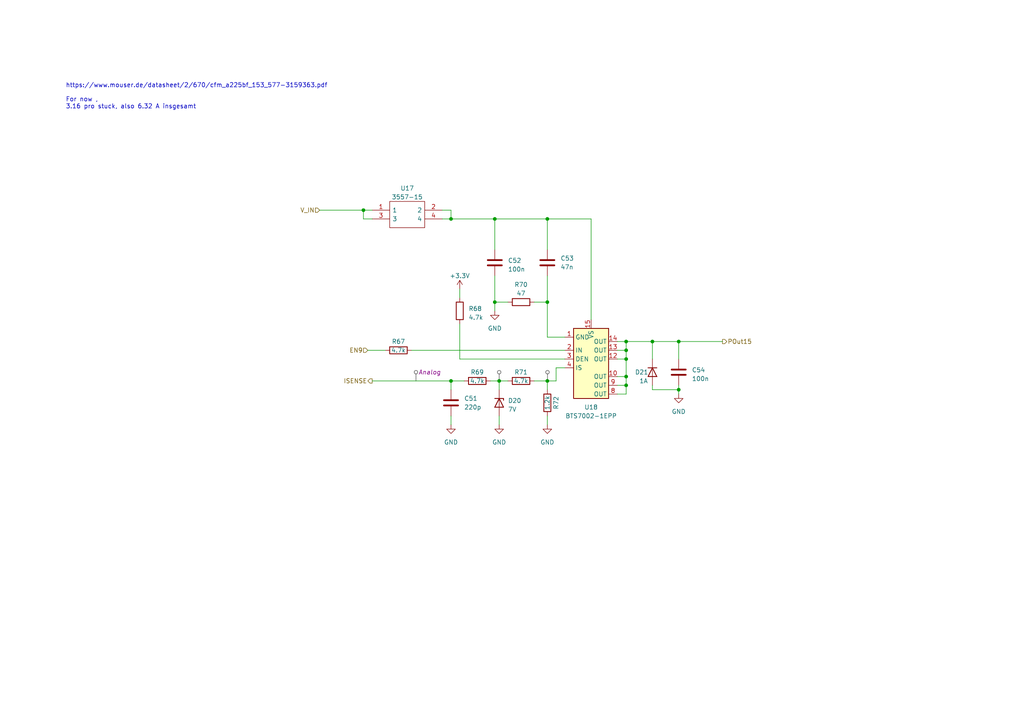
<source format=kicad_sch>
(kicad_sch
	(version 20231120)
	(generator "eeschema")
	(generator_version "8.0")
	(uuid "975aa8f6-8478-49b2-b804-d13dfc28a357")
	(paper "A4")
	(title_block
		(title "PDU FT24")
		(company "Nived Jayaprakash Nambiar ")
		(comment 1 "FasTTUBe Electronics")
	)
	(lib_symbols
		(symbol "3557-15:3557-15"
			(pin_names
				(offset 0.762)
			)
			(exclude_from_sim no)
			(in_bom yes)
			(on_board yes)
			(property "Reference" "U"
				(at 16.51 7.62 0)
				(effects
					(font
						(size 1.27 1.27)
					)
					(justify left)
				)
			)
			(property "Value" "3557-15"
				(at 16.51 5.08 0)
				(effects
					(font
						(size 1.27 1.27)
					)
					(justify left)
				)
			)
			(property "Footprint" "355715"
				(at 16.51 2.54 0)
				(effects
					(font
						(size 1.27 1.27)
					)
					(justify left)
					(hide yes)
				)
			)
			(property "Datasheet" "https://componentsearchengine.com/Datasheets/1/3557-15.pdf"
				(at 16.51 0 0)
				(effects
					(font
						(size 1.27 1.27)
					)
					(justify left)
					(hide yes)
				)
			)
			(property "Description" "Fuse Holder T/H 2 IN 1 AUTO BLDE HOLDER, BLUE 15A"
				(at 16.51 -2.54 0)
				(effects
					(font
						(size 1.27 1.27)
					)
					(justify left)
					(hide yes)
				)
			)
			(property "Height" "7.37"
				(at 16.51 -5.08 0)
				(effects
					(font
						(size 1.27 1.27)
					)
					(justify left)
					(hide yes)
				)
			)
			(property "heisener Part Number" ""
				(at 16.51 -7.62 0)
				(effects
					(font
						(size 1.27 1.27)
					)
					(justify left)
					(hide yes)
				)
			)
			(property "heisener Price/Stock" ""
				(at 16.51 -10.16 0)
				(effects
					(font
						(size 1.27 1.27)
					)
					(justify left)
					(hide yes)
				)
			)
			(property "Manufacturer_Name" "Keystone Electronics"
				(at 16.51 -12.7 0)
				(effects
					(font
						(size 1.27 1.27)
					)
					(justify left)
					(hide yes)
				)
			)
			(property "Manufacturer_Part_Number" "3557-15"
				(at 16.51 -15.24 0)
				(effects
					(font
						(size 1.27 1.27)
					)
					(justify left)
					(hide yes)
				)
			)
			(symbol "3557-15_0_0"
				(pin passive line
					(at 0 0 0)
					(length 5.08)
					(name "1"
						(effects
							(font
								(size 1.27 1.27)
							)
						)
					)
					(number "1"
						(effects
							(font
								(size 1.27 1.27)
							)
						)
					)
				)
				(pin passive line
					(at 20.32 0 180)
					(length 5.08)
					(name "2"
						(effects
							(font
								(size 1.27 1.27)
							)
						)
					)
					(number "2"
						(effects
							(font
								(size 1.27 1.27)
							)
						)
					)
				)
				(pin passive line
					(at 0 -2.54 0)
					(length 5.08)
					(name "3"
						(effects
							(font
								(size 1.27 1.27)
							)
						)
					)
					(number "3"
						(effects
							(font
								(size 1.27 1.27)
							)
						)
					)
				)
				(pin passive line
					(at 20.32 -2.54 180)
					(length 5.08)
					(name "4"
						(effects
							(font
								(size 1.27 1.27)
							)
						)
					)
					(number "4"
						(effects
							(font
								(size 1.27 1.27)
							)
						)
					)
				)
			)
			(symbol "3557-15_0_1"
				(polyline
					(pts
						(xy 5.08 2.54) (xy 15.24 2.54) (xy 15.24 -5.08) (xy 5.08 -5.08) (xy 5.08 2.54)
					)
					(stroke
						(width 0.1524)
						(type solid)
					)
					(fill
						(type none)
					)
				)
			)
		)
		(symbol "Device:C"
			(pin_numbers hide)
			(pin_names
				(offset 0.254)
			)
			(exclude_from_sim no)
			(in_bom yes)
			(on_board yes)
			(property "Reference" "C"
				(at 0.635 2.54 0)
				(effects
					(font
						(size 1.27 1.27)
					)
					(justify left)
				)
			)
			(property "Value" "C"
				(at 0.635 -2.54 0)
				(effects
					(font
						(size 1.27 1.27)
					)
					(justify left)
				)
			)
			(property "Footprint" ""
				(at 0.9652 -3.81 0)
				(effects
					(font
						(size 1.27 1.27)
					)
					(hide yes)
				)
			)
			(property "Datasheet" "~"
				(at 0 0 0)
				(effects
					(font
						(size 1.27 1.27)
					)
					(hide yes)
				)
			)
			(property "Description" "Unpolarized capacitor"
				(at 0 0 0)
				(effects
					(font
						(size 1.27 1.27)
					)
					(hide yes)
				)
			)
			(property "ki_keywords" "cap capacitor"
				(at 0 0 0)
				(effects
					(font
						(size 1.27 1.27)
					)
					(hide yes)
				)
			)
			(property "ki_fp_filters" "C_*"
				(at 0 0 0)
				(effects
					(font
						(size 1.27 1.27)
					)
					(hide yes)
				)
			)
			(symbol "C_0_1"
				(polyline
					(pts
						(xy -2.032 -0.762) (xy 2.032 -0.762)
					)
					(stroke
						(width 0.508)
						(type default)
					)
					(fill
						(type none)
					)
				)
				(polyline
					(pts
						(xy -2.032 0.762) (xy 2.032 0.762)
					)
					(stroke
						(width 0.508)
						(type default)
					)
					(fill
						(type none)
					)
				)
			)
			(symbol "C_1_1"
				(pin passive line
					(at 0 3.81 270)
					(length 2.794)
					(name "~"
						(effects
							(font
								(size 1.27 1.27)
							)
						)
					)
					(number "1"
						(effects
							(font
								(size 1.27 1.27)
							)
						)
					)
				)
				(pin passive line
					(at 0 -3.81 90)
					(length 2.794)
					(name "~"
						(effects
							(font
								(size 1.27 1.27)
							)
						)
					)
					(number "2"
						(effects
							(font
								(size 1.27 1.27)
							)
						)
					)
				)
			)
		)
		(symbol "Device:D"
			(pin_numbers hide)
			(pin_names
				(offset 1.016) hide)
			(exclude_from_sim no)
			(in_bom yes)
			(on_board yes)
			(property "Reference" "D"
				(at 0 2.54 0)
				(effects
					(font
						(size 1.27 1.27)
					)
				)
			)
			(property "Value" "D"
				(at 0 -2.54 0)
				(effects
					(font
						(size 1.27 1.27)
					)
				)
			)
			(property "Footprint" ""
				(at 0 0 0)
				(effects
					(font
						(size 1.27 1.27)
					)
					(hide yes)
				)
			)
			(property "Datasheet" "~"
				(at 0 0 0)
				(effects
					(font
						(size 1.27 1.27)
					)
					(hide yes)
				)
			)
			(property "Description" "Diode"
				(at 0 0 0)
				(effects
					(font
						(size 1.27 1.27)
					)
					(hide yes)
				)
			)
			(property "Sim.Device" "D"
				(at 0 0 0)
				(effects
					(font
						(size 1.27 1.27)
					)
					(hide yes)
				)
			)
			(property "Sim.Pins" "1=K 2=A"
				(at 0 0 0)
				(effects
					(font
						(size 1.27 1.27)
					)
					(hide yes)
				)
			)
			(property "ki_keywords" "diode"
				(at 0 0 0)
				(effects
					(font
						(size 1.27 1.27)
					)
					(hide yes)
				)
			)
			(property "ki_fp_filters" "TO-???* *_Diode_* *SingleDiode* D_*"
				(at 0 0 0)
				(effects
					(font
						(size 1.27 1.27)
					)
					(hide yes)
				)
			)
			(symbol "D_0_1"
				(polyline
					(pts
						(xy -1.27 1.27) (xy -1.27 -1.27)
					)
					(stroke
						(width 0.254)
						(type default)
					)
					(fill
						(type none)
					)
				)
				(polyline
					(pts
						(xy 1.27 0) (xy -1.27 0)
					)
					(stroke
						(width 0)
						(type default)
					)
					(fill
						(type none)
					)
				)
				(polyline
					(pts
						(xy 1.27 1.27) (xy 1.27 -1.27) (xy -1.27 0) (xy 1.27 1.27)
					)
					(stroke
						(width 0.254)
						(type default)
					)
					(fill
						(type none)
					)
				)
			)
			(symbol "D_1_1"
				(pin passive line
					(at -3.81 0 0)
					(length 2.54)
					(name "K"
						(effects
							(font
								(size 1.27 1.27)
							)
						)
					)
					(number "1"
						(effects
							(font
								(size 1.27 1.27)
							)
						)
					)
				)
				(pin passive line
					(at 3.81 0 180)
					(length 2.54)
					(name "A"
						(effects
							(font
								(size 1.27 1.27)
							)
						)
					)
					(number "2"
						(effects
							(font
								(size 1.27 1.27)
							)
						)
					)
				)
			)
		)
		(symbol "Device:D_Zener"
			(pin_numbers hide)
			(pin_names
				(offset 1.016) hide)
			(exclude_from_sim no)
			(in_bom yes)
			(on_board yes)
			(property "Reference" "D"
				(at 0 2.54 0)
				(effects
					(font
						(size 1.27 1.27)
					)
				)
			)
			(property "Value" "D_Zener"
				(at 0 -2.54 0)
				(effects
					(font
						(size 1.27 1.27)
					)
				)
			)
			(property "Footprint" ""
				(at 0 0 0)
				(effects
					(font
						(size 1.27 1.27)
					)
					(hide yes)
				)
			)
			(property "Datasheet" "~"
				(at 0 0 0)
				(effects
					(font
						(size 1.27 1.27)
					)
					(hide yes)
				)
			)
			(property "Description" "Zener diode"
				(at 0 0 0)
				(effects
					(font
						(size 1.27 1.27)
					)
					(hide yes)
				)
			)
			(property "ki_keywords" "diode"
				(at 0 0 0)
				(effects
					(font
						(size 1.27 1.27)
					)
					(hide yes)
				)
			)
			(property "ki_fp_filters" "TO-???* *_Diode_* *SingleDiode* D_*"
				(at 0 0 0)
				(effects
					(font
						(size 1.27 1.27)
					)
					(hide yes)
				)
			)
			(symbol "D_Zener_0_1"
				(polyline
					(pts
						(xy 1.27 0) (xy -1.27 0)
					)
					(stroke
						(width 0)
						(type default)
					)
					(fill
						(type none)
					)
				)
				(polyline
					(pts
						(xy -1.27 -1.27) (xy -1.27 1.27) (xy -0.762 1.27)
					)
					(stroke
						(width 0.254)
						(type default)
					)
					(fill
						(type none)
					)
				)
				(polyline
					(pts
						(xy 1.27 -1.27) (xy 1.27 1.27) (xy -1.27 0) (xy 1.27 -1.27)
					)
					(stroke
						(width 0.254)
						(type default)
					)
					(fill
						(type none)
					)
				)
			)
			(symbol "D_Zener_1_1"
				(pin passive line
					(at -3.81 0 0)
					(length 2.54)
					(name "K"
						(effects
							(font
								(size 1.27 1.27)
							)
						)
					)
					(number "1"
						(effects
							(font
								(size 1.27 1.27)
							)
						)
					)
				)
				(pin passive line
					(at 3.81 0 180)
					(length 2.54)
					(name "A"
						(effects
							(font
								(size 1.27 1.27)
							)
						)
					)
					(number "2"
						(effects
							(font
								(size 1.27 1.27)
							)
						)
					)
				)
			)
		)
		(symbol "Device:R"
			(pin_numbers hide)
			(pin_names
				(offset 0)
			)
			(exclude_from_sim no)
			(in_bom yes)
			(on_board yes)
			(property "Reference" "R"
				(at 2.032 0 90)
				(effects
					(font
						(size 1.27 1.27)
					)
				)
			)
			(property "Value" "R"
				(at 0 0 90)
				(effects
					(font
						(size 1.27 1.27)
					)
				)
			)
			(property "Footprint" ""
				(at -1.778 0 90)
				(effects
					(font
						(size 1.27 1.27)
					)
					(hide yes)
				)
			)
			(property "Datasheet" "~"
				(at 0 0 0)
				(effects
					(font
						(size 1.27 1.27)
					)
					(hide yes)
				)
			)
			(property "Description" "Resistor"
				(at 0 0 0)
				(effects
					(font
						(size 1.27 1.27)
					)
					(hide yes)
				)
			)
			(property "ki_keywords" "R res resistor"
				(at 0 0 0)
				(effects
					(font
						(size 1.27 1.27)
					)
					(hide yes)
				)
			)
			(property "ki_fp_filters" "R_*"
				(at 0 0 0)
				(effects
					(font
						(size 1.27 1.27)
					)
					(hide yes)
				)
			)
			(symbol "R_0_1"
				(rectangle
					(start -1.016 -2.54)
					(end 1.016 2.54)
					(stroke
						(width 0.254)
						(type default)
					)
					(fill
						(type none)
					)
				)
			)
			(symbol "R_1_1"
				(pin passive line
					(at 0 3.81 270)
					(length 1.27)
					(name "~"
						(effects
							(font
								(size 1.27 1.27)
							)
						)
					)
					(number "1"
						(effects
							(font
								(size 1.27 1.27)
							)
						)
					)
				)
				(pin passive line
					(at 0 -3.81 90)
					(length 1.27)
					(name "~"
						(effects
							(font
								(size 1.27 1.27)
							)
						)
					)
					(number "2"
						(effects
							(font
								(size 1.27 1.27)
							)
						)
					)
				)
			)
		)
		(symbol "PROFET:BTS7002-1EPP"
			(exclude_from_sim no)
			(in_bom yes)
			(on_board yes)
			(property "Reference" "U18"
				(at 0 -17.78 0)
				(effects
					(font
						(size 1.27 1.27)
					)
				)
			)
			(property "Value" "BTS7002-1EPP"
				(at 0 -20.32 0)
				(effects
					(font
						(size 1.27 1.27)
					)
				)
			)
			(property "Footprint" "Package_SO:Infineon_PG-TSDSO-14-22"
				(at -25.4 -16.51 0)
				(effects
					(font
						(size 1.27 1.27)
					)
					(hide yes)
				)
			)
			(property "Datasheet" "https://www.infineon.com/dgdl/Infineon-BTS7002-1EPP-DataSheet-v01_10-EN.pdf?fileId=5546d46278d64ffd0178d95f93655dc0"
				(at -1.27 -19.05 0)
				(effects
					(font
						(size 1.27 1.27)
					)
					(hide yes)
				)
			)
			(property "Description" "Smart High-Side Power Switch, PROFET, One Channel, 12V, 21A, Rds(on) 2.6mΩ, PG-TSDSO-14-22"
				(at 0 0 0)
				(effects
					(font
						(size 1.27 1.27)
					)
					(hide yes)
				)
			)
			(property "ki_keywords" "BTS7004"
				(at 0 0 0)
				(effects
					(font
						(size 1.27 1.27)
					)
					(hide yes)
				)
			)
			(property "ki_fp_filters" "Infineon*TSDSO*22*"
				(at 0 0 0)
				(effects
					(font
						(size 1.27 1.27)
					)
					(hide yes)
				)
			)
			(symbol "BTS7002-1EPP_0_1"
				(rectangle
					(start -5.08 5.08)
					(end 5.08 -15.24)
					(stroke
						(width 0.254)
						(type default)
					)
					(fill
						(type background)
					)
				)
			)
			(symbol "BTS7002-1EPP_1_1"
				(pin power_out line
					(at -7.62 2.54 0)
					(length 2.54)
					(name "GND"
						(effects
							(font
								(size 1.27 1.27)
							)
						)
					)
					(number "1"
						(effects
							(font
								(size 1.27 1.27)
							)
						)
					)
				)
				(pin passive line
					(at 7.62 -8.89 180)
					(length 2.54)
					(name "OUT"
						(effects
							(font
								(size 1.27 1.27)
							)
						)
					)
					(number "10"
						(effects
							(font
								(size 1.27 1.27)
							)
						)
					)
				)
				(pin no_connect line
					(at 7.62 -6.35 180)
					(length 2.54) hide
					(name "NC"
						(effects
							(font
								(size 1.27 1.27)
							)
						)
					)
					(number "11"
						(effects
							(font
								(size 1.27 1.27)
							)
						)
					)
				)
				(pin passive line
					(at 7.62 -3.81 180)
					(length 2.54)
					(name "OUT"
						(effects
							(font
								(size 1.27 1.27)
							)
						)
					)
					(number "12"
						(effects
							(font
								(size 1.27 1.27)
							)
						)
					)
				)
				(pin passive line
					(at 7.62 -1.27 180)
					(length 2.54)
					(name "OUT"
						(effects
							(font
								(size 1.27 1.27)
							)
						)
					)
					(number "13"
						(effects
							(font
								(size 1.27 1.27)
							)
						)
					)
				)
				(pin power_out line
					(at 7.62 1.27 180)
					(length 2.54)
					(name "OUT"
						(effects
							(font
								(size 1.27 1.27)
							)
						)
					)
					(number "14"
						(effects
							(font
								(size 1.27 1.27)
							)
						)
					)
				)
				(pin input line
					(at 0 7.62 270)
					(length 2.54)
					(name "VS"
						(effects
							(font
								(size 1.27 1.27)
							)
						)
					)
					(number "15"
						(effects
							(font
								(size 1.27 1.27)
							)
						)
					)
				)
				(pin input line
					(at -7.62 -1.27 0)
					(length 2.54)
					(name "IN"
						(effects
							(font
								(size 1.27 1.27)
							)
						)
					)
					(number "2"
						(effects
							(font
								(size 1.27 1.27)
							)
						)
					)
				)
				(pin input line
					(at -7.62 -3.81 0)
					(length 2.54)
					(name "DEN"
						(effects
							(font
								(size 1.27 1.27)
							)
						)
					)
					(number "3"
						(effects
							(font
								(size 1.27 1.27)
							)
						)
					)
				)
				(pin output line
					(at -7.62 -6.35 0)
					(length 2.54)
					(name "IS"
						(effects
							(font
								(size 1.27 1.27)
							)
						)
					)
					(number "4"
						(effects
							(font
								(size 1.27 1.27)
							)
						)
					)
				)
				(pin no_connect line
					(at -7.62 -8.89 0)
					(length 2.54) hide
					(name "NC"
						(effects
							(font
								(size 1.27 1.27)
							)
						)
					)
					(number "5"
						(effects
							(font
								(size 1.27 1.27)
							)
						)
					)
				)
				(pin no_connect line
					(at -7.62 -11.43 0)
					(length 2.54) hide
					(name "NC"
						(effects
							(font
								(size 1.27 1.27)
							)
						)
					)
					(number "6"
						(effects
							(font
								(size 1.27 1.27)
							)
						)
					)
				)
				(pin no_connect line
					(at -7.62 -13.97 0)
					(length 2.54) hide
					(name "NC"
						(effects
							(font
								(size 1.27 1.27)
							)
						)
					)
					(number "7"
						(effects
							(font
								(size 1.27 1.27)
							)
						)
					)
				)
				(pin passive line
					(at 7.62 -13.97 180)
					(length 2.54)
					(name "OUT"
						(effects
							(font
								(size 1.27 1.27)
							)
						)
					)
					(number "8"
						(effects
							(font
								(size 1.27 1.27)
							)
						)
					)
				)
				(pin passive line
					(at 7.62 -11.43 180)
					(length 2.54)
					(name "OUT"
						(effects
							(font
								(size 1.27 1.27)
							)
						)
					)
					(number "9"
						(effects
							(font
								(size 1.27 1.27)
							)
						)
					)
				)
			)
		)
		(symbol "power:+3.3V"
			(power)
			(pin_names
				(offset 0)
			)
			(exclude_from_sim no)
			(in_bom yes)
			(on_board yes)
			(property "Reference" "#PWR"
				(at 0 -3.81 0)
				(effects
					(font
						(size 1.27 1.27)
					)
					(hide yes)
				)
			)
			(property "Value" "+3.3V"
				(at 0 3.556 0)
				(effects
					(font
						(size 1.27 1.27)
					)
				)
			)
			(property "Footprint" ""
				(at 0 0 0)
				(effects
					(font
						(size 1.27 1.27)
					)
					(hide yes)
				)
			)
			(property "Datasheet" ""
				(at 0 0 0)
				(effects
					(font
						(size 1.27 1.27)
					)
					(hide yes)
				)
			)
			(property "Description" "Power symbol creates a global label with name \"+3.3V\""
				(at 0 0 0)
				(effects
					(font
						(size 1.27 1.27)
					)
					(hide yes)
				)
			)
			(property "ki_keywords" "global power"
				(at 0 0 0)
				(effects
					(font
						(size 1.27 1.27)
					)
					(hide yes)
				)
			)
			(symbol "+3.3V_0_1"
				(polyline
					(pts
						(xy -0.762 1.27) (xy 0 2.54)
					)
					(stroke
						(width 0)
						(type default)
					)
					(fill
						(type none)
					)
				)
				(polyline
					(pts
						(xy 0 0) (xy 0 2.54)
					)
					(stroke
						(width 0)
						(type default)
					)
					(fill
						(type none)
					)
				)
				(polyline
					(pts
						(xy 0 2.54) (xy 0.762 1.27)
					)
					(stroke
						(width 0)
						(type default)
					)
					(fill
						(type none)
					)
				)
			)
			(symbol "+3.3V_1_1"
				(pin power_in line
					(at 0 0 90)
					(length 0) hide
					(name "+3.3V"
						(effects
							(font
								(size 1.27 1.27)
							)
						)
					)
					(number "1"
						(effects
							(font
								(size 1.27 1.27)
							)
						)
					)
				)
			)
		)
		(symbol "power:GND"
			(power)
			(pin_names
				(offset 0)
			)
			(exclude_from_sim no)
			(in_bom yes)
			(on_board yes)
			(property "Reference" "#PWR"
				(at 0 -6.35 0)
				(effects
					(font
						(size 1.27 1.27)
					)
					(hide yes)
				)
			)
			(property "Value" "GND"
				(at 0 -3.81 0)
				(effects
					(font
						(size 1.27 1.27)
					)
				)
			)
			(property "Footprint" ""
				(at 0 0 0)
				(effects
					(font
						(size 1.27 1.27)
					)
					(hide yes)
				)
			)
			(property "Datasheet" ""
				(at 0 0 0)
				(effects
					(font
						(size 1.27 1.27)
					)
					(hide yes)
				)
			)
			(property "Description" "Power symbol creates a global label with name \"GND\" , ground"
				(at 0 0 0)
				(effects
					(font
						(size 1.27 1.27)
					)
					(hide yes)
				)
			)
			(property "ki_keywords" "global power"
				(at 0 0 0)
				(effects
					(font
						(size 1.27 1.27)
					)
					(hide yes)
				)
			)
			(symbol "GND_0_1"
				(polyline
					(pts
						(xy 0 0) (xy 0 -1.27) (xy 1.27 -1.27) (xy 0 -2.54) (xy -1.27 -1.27) (xy 0 -1.27)
					)
					(stroke
						(width 0)
						(type default)
					)
					(fill
						(type none)
					)
				)
			)
			(symbol "GND_1_1"
				(pin power_in line
					(at 0 0 270)
					(length 0) hide
					(name "GND"
						(effects
							(font
								(size 1.27 1.27)
							)
						)
					)
					(number "1"
						(effects
							(font
								(size 1.27 1.27)
							)
						)
					)
				)
			)
		)
	)
	(junction
		(at 158.75 87.63)
		(diameter 0)
		(color 0 0 0 0)
		(uuid "0689a5ef-cd11-4bb0-a393-65898dd31157")
	)
	(junction
		(at 196.85 113.03)
		(diameter 0)
		(color 0 0 0 0)
		(uuid "0f128b1f-5060-44e1-a0ee-718c5d1df497")
	)
	(junction
		(at 130.81 63.5)
		(diameter 0)
		(color 0 0 0 0)
		(uuid "1629194d-e843-4687-9765-c46f4d3cd50e")
	)
	(junction
		(at 196.85 99.06)
		(diameter 0)
		(color 0 0 0 0)
		(uuid "1c7c9f6a-9de3-4d7a-867c-d000f09c1910")
	)
	(junction
		(at 158.75 63.5)
		(diameter 0)
		(color 0 0 0 0)
		(uuid "2cb92a4e-8850-4ca2-84e4-9f5c971fd1d3")
	)
	(junction
		(at 143.51 87.63)
		(diameter 0)
		(color 0 0 0 0)
		(uuid "3a7b587c-452a-4c7a-bb47-1d157ef114c8")
	)
	(junction
		(at 143.51 63.5)
		(diameter 0)
		(color 0 0 0 0)
		(uuid "44ef732e-4081-4a2c-92ab-5e31c024410a")
	)
	(junction
		(at 105.41 60.96)
		(diameter 0)
		(color 0 0 0 0)
		(uuid "462ec6fa-f559-4359-83c9-e4f4b2ae6b98")
	)
	(junction
		(at 158.75 110.49)
		(diameter 0)
		(color 0 0 0 0)
		(uuid "4d4689eb-fadf-462b-b9d4-abd47f22166d")
	)
	(junction
		(at 181.61 109.22)
		(diameter 0)
		(color 0 0 0 0)
		(uuid "53f876a9-6d47-4f2e-be1a-093556198782")
	)
	(junction
		(at 189.23 99.06)
		(diameter 0)
		(color 0 0 0 0)
		(uuid "631a0463-55e1-415d-b2e2-564bba00e2cf")
	)
	(junction
		(at 130.81 110.49)
		(diameter 0)
		(color 0 0 0 0)
		(uuid "767e9dd7-f91a-4e4f-bb46-edb7fa4b8295")
	)
	(junction
		(at 181.61 101.6)
		(diameter 0)
		(color 0 0 0 0)
		(uuid "82618b67-a80e-4bf3-8ce0-662574b005e9")
	)
	(junction
		(at 144.78 110.49)
		(diameter 0)
		(color 0 0 0 0)
		(uuid "b02f4d43-be86-4052-8b06-f775dcc14c4a")
	)
	(junction
		(at 181.61 104.14)
		(diameter 0)
		(color 0 0 0 0)
		(uuid "c48edd41-e846-4a48-a77e-e8521aa085d5")
	)
	(junction
		(at 181.61 99.06)
		(diameter 0)
		(color 0 0 0 0)
		(uuid "e75003cf-d40e-4204-8577-a0158f99336e")
	)
	(junction
		(at 181.61 111.76)
		(diameter 0)
		(color 0 0 0 0)
		(uuid "f3c8ec38-7acf-4a22-91d9-99fc53f49091")
	)
	(wire
		(pts
			(xy 130.81 110.49) (xy 130.81 113.03)
		)
		(stroke
			(width 0)
			(type default)
		)
		(uuid "018872e3-b1df-4d07-953d-b70f2b673792")
	)
	(wire
		(pts
			(xy 189.23 99.06) (xy 189.23 104.14)
		)
		(stroke
			(width 0)
			(type default)
		)
		(uuid "042a0cfe-5c86-4acf-8f97-4bd0838aaf5a")
	)
	(wire
		(pts
			(xy 154.94 87.63) (xy 158.75 87.63)
		)
		(stroke
			(width 0)
			(type default)
		)
		(uuid "04a2f7a5-1b22-4407-b46a-c2056580d456")
	)
	(wire
		(pts
			(xy 133.35 83.82) (xy 133.35 86.36)
		)
		(stroke
			(width 0)
			(type default)
		)
		(uuid "10b2ecba-5636-4045-a942-88ca9de98110")
	)
	(wire
		(pts
			(xy 144.78 120.65) (xy 144.78 123.19)
		)
		(stroke
			(width 0)
			(type default)
		)
		(uuid "1a3c6bac-5e4e-43b5-849d-66da03d1cdc9")
	)
	(wire
		(pts
			(xy 158.75 110.49) (xy 154.94 110.49)
		)
		(stroke
			(width 0)
			(type default)
		)
		(uuid "21c47dcf-ef57-43bc-903c-41fea5725aa4")
	)
	(wire
		(pts
			(xy 179.07 101.6) (xy 181.61 101.6)
		)
		(stroke
			(width 0)
			(type default)
		)
		(uuid "24bb9367-e4ab-4b41-a54d-45c7922d14d9")
	)
	(wire
		(pts
			(xy 196.85 111.76) (xy 196.85 113.03)
		)
		(stroke
			(width 0)
			(type default)
		)
		(uuid "27feeb71-e633-42e5-97ad-9f95cc2aa43c")
	)
	(wire
		(pts
			(xy 181.61 109.22) (xy 181.61 104.14)
		)
		(stroke
			(width 0)
			(type default)
		)
		(uuid "2aa15061-8c1e-409f-bbcf-308cda5df51f")
	)
	(wire
		(pts
			(xy 158.75 120.65) (xy 158.75 123.19)
		)
		(stroke
			(width 0)
			(type default)
		)
		(uuid "2cac1ae2-ab04-4aec-b0b7-defa728e7236")
	)
	(wire
		(pts
			(xy 163.83 97.79) (xy 158.75 97.79)
		)
		(stroke
			(width 0)
			(type default)
		)
		(uuid "30684f14-7341-4078-864e-6ca1166a13a4")
	)
	(wire
		(pts
			(xy 179.07 109.22) (xy 181.61 109.22)
		)
		(stroke
			(width 0)
			(type default)
		)
		(uuid "33592db9-fe3c-42a5-afa0-54bfd8db8c9f")
	)
	(wire
		(pts
			(xy 143.51 87.63) (xy 143.51 80.01)
		)
		(stroke
			(width 0)
			(type default)
		)
		(uuid "339a7d84-0baf-4326-bd92-05deb13ece5d")
	)
	(wire
		(pts
			(xy 143.51 63.5) (xy 143.51 72.39)
		)
		(stroke
			(width 0)
			(type default)
		)
		(uuid "34c2c49f-6d54-45c0-970d-bd858f40e5ab")
	)
	(wire
		(pts
			(xy 181.61 99.06) (xy 179.07 99.06)
		)
		(stroke
			(width 0)
			(type default)
		)
		(uuid "37e6718e-5e7a-4071-a645-633d0840c4ff")
	)
	(wire
		(pts
			(xy 119.38 101.6) (xy 163.83 101.6)
		)
		(stroke
			(width 0)
			(type default)
		)
		(uuid "3d2328a7-7b9a-429a-b497-dc6645c4735a")
	)
	(wire
		(pts
			(xy 196.85 113.03) (xy 196.85 114.3)
		)
		(stroke
			(width 0)
			(type default)
		)
		(uuid "3ee34dd8-e612-4173-bbeb-14316da4046d")
	)
	(wire
		(pts
			(xy 196.85 99.06) (xy 209.55 99.06)
		)
		(stroke
			(width 0)
			(type default)
		)
		(uuid "411635e2-8a17-418a-b21c-47959828350a")
	)
	(wire
		(pts
			(xy 158.75 63.5) (xy 158.75 72.39)
		)
		(stroke
			(width 0)
			(type default)
		)
		(uuid "42674938-8858-416f-9172-167608380a1a")
	)
	(wire
		(pts
			(xy 92.71 60.96) (xy 105.41 60.96)
		)
		(stroke
			(width 0)
			(type default)
		)
		(uuid "4c32635d-5beb-4e08-bb1f-dbdd662deeea")
	)
	(wire
		(pts
			(xy 179.07 111.76) (xy 181.61 111.76)
		)
		(stroke
			(width 0)
			(type default)
		)
		(uuid "4ddd87f0-067c-4549-a2a7-2bf0a7e589c2")
	)
	(wire
		(pts
			(xy 106.68 101.6) (xy 111.76 101.6)
		)
		(stroke
			(width 0)
			(type default)
		)
		(uuid "5187479e-d1b7-4f2d-9cfc-d3d7c0793729")
	)
	(wire
		(pts
			(xy 133.35 104.14) (xy 163.83 104.14)
		)
		(stroke
			(width 0)
			(type default)
		)
		(uuid "54a4cdd4-5fd6-4109-a9db-8f675e84a19d")
	)
	(wire
		(pts
			(xy 179.07 104.14) (xy 181.61 104.14)
		)
		(stroke
			(width 0)
			(type default)
		)
		(uuid "57d60de6-8bb8-4e31-a218-22ffc8802601")
	)
	(wire
		(pts
			(xy 189.23 99.06) (xy 196.85 99.06)
		)
		(stroke
			(width 0)
			(type default)
		)
		(uuid "5a8b20ca-83df-4400-b6fc-892ca361d365")
	)
	(wire
		(pts
			(xy 143.51 63.5) (xy 158.75 63.5)
		)
		(stroke
			(width 0)
			(type default)
		)
		(uuid "5edf1047-cb5a-452b-92c4-cde0ff8eea13")
	)
	(wire
		(pts
			(xy 128.27 60.96) (xy 130.81 60.96)
		)
		(stroke
			(width 0)
			(type default)
		)
		(uuid "6154d02c-66d4-41d3-8913-4e0e0ce11764")
	)
	(wire
		(pts
			(xy 161.29 106.68) (xy 163.83 106.68)
		)
		(stroke
			(width 0)
			(type default)
		)
		(uuid "62edf51a-627e-4974-8124-93634b647868")
	)
	(wire
		(pts
			(xy 144.78 110.49) (xy 142.24 110.49)
		)
		(stroke
			(width 0)
			(type default)
		)
		(uuid "644b71b5-000f-45b3-bf13-af8af11cca33")
	)
	(wire
		(pts
			(xy 134.62 110.49) (xy 130.81 110.49)
		)
		(stroke
			(width 0)
			(type default)
		)
		(uuid "80f78100-7927-4799-814a-cb9c003e85c6")
	)
	(wire
		(pts
			(xy 143.51 87.63) (xy 143.51 90.17)
		)
		(stroke
			(width 0)
			(type default)
		)
		(uuid "8140f8e3-cedd-4f79-8b92-9c9c1510649b")
	)
	(wire
		(pts
			(xy 181.61 111.76) (xy 181.61 109.22)
		)
		(stroke
			(width 0)
			(type default)
		)
		(uuid "8352a6ed-9f8d-4927-abb9-03f24c700d29")
	)
	(wire
		(pts
			(xy 144.78 113.03) (xy 144.78 110.49)
		)
		(stroke
			(width 0)
			(type default)
		)
		(uuid "878f21b6-5a39-478d-bfd5-74d69368b55a")
	)
	(wire
		(pts
			(xy 158.75 113.03) (xy 158.75 110.49)
		)
		(stroke
			(width 0)
			(type default)
		)
		(uuid "89e7deb0-6dea-47c6-a41b-1ddde8c17df8")
	)
	(wire
		(pts
			(xy 189.23 111.76) (xy 189.23 113.03)
		)
		(stroke
			(width 0)
			(type default)
		)
		(uuid "903b6edb-79bd-453c-ab2a-9053d816703e")
	)
	(wire
		(pts
			(xy 181.61 101.6) (xy 181.61 99.06)
		)
		(stroke
			(width 0)
			(type default)
		)
		(uuid "949fad09-709c-47f7-a3f1-71e28a2d81ef")
	)
	(wire
		(pts
			(xy 179.07 114.3) (xy 181.61 114.3)
		)
		(stroke
			(width 0)
			(type default)
		)
		(uuid "9acb257f-a172-4189-accf-6b3a21e1256c")
	)
	(wire
		(pts
			(xy 196.85 99.06) (xy 196.85 104.14)
		)
		(stroke
			(width 0)
			(type default)
		)
		(uuid "9f85c58a-32ec-41b2-999c-6a979caf7c1b")
	)
	(wire
		(pts
			(xy 128.27 63.5) (xy 130.81 63.5)
		)
		(stroke
			(width 0)
			(type default)
		)
		(uuid "9fbcf47a-7d49-492a-8a95-132dc13d9ded")
	)
	(wire
		(pts
			(xy 130.81 120.65) (xy 130.81 123.19)
		)
		(stroke
			(width 0)
			(type default)
		)
		(uuid "a1098096-4dca-4f9f-baa0-b846bb2c98a0")
	)
	(wire
		(pts
			(xy 158.75 87.63) (xy 158.75 97.79)
		)
		(stroke
			(width 0)
			(type default)
		)
		(uuid "a3d2ba25-8d0d-43e5-85f4-93588caeca8f")
	)
	(wire
		(pts
			(xy 107.95 63.5) (xy 105.41 63.5)
		)
		(stroke
			(width 0)
			(type default)
		)
		(uuid "a4be469d-d173-4bd4-a15c-e392f988663e")
	)
	(wire
		(pts
			(xy 105.41 63.5) (xy 105.41 60.96)
		)
		(stroke
			(width 0)
			(type default)
		)
		(uuid "a6802f6a-ca7f-4b2f-8662-6662d120e3ab")
	)
	(wire
		(pts
			(xy 181.61 114.3) (xy 181.61 111.76)
		)
		(stroke
			(width 0)
			(type default)
		)
		(uuid "aaadeed1-4dad-482f-8c4c-17bb838d5a1c")
	)
	(wire
		(pts
			(xy 181.61 104.14) (xy 181.61 101.6)
		)
		(stroke
			(width 0)
			(type default)
		)
		(uuid "afa0302b-ca2a-424a-88f4-e1d147bf6f9e")
	)
	(wire
		(pts
			(xy 107.95 110.49) (xy 130.81 110.49)
		)
		(stroke
			(width 0)
			(type default)
		)
		(uuid "b8333f71-db1a-44f0-b2fc-7df7132d1bde")
	)
	(wire
		(pts
			(xy 158.75 80.01) (xy 158.75 87.63)
		)
		(stroke
			(width 0)
			(type default)
		)
		(uuid "b9982c94-9671-4d43-b2cd-3cc9462a6fb9")
	)
	(wire
		(pts
			(xy 181.61 99.06) (xy 189.23 99.06)
		)
		(stroke
			(width 0)
			(type default)
		)
		(uuid "c02246a4-5c5f-410f-aa91-5f1f68f0e494")
	)
	(wire
		(pts
			(xy 144.78 110.49) (xy 147.32 110.49)
		)
		(stroke
			(width 0)
			(type default)
		)
		(uuid "c6e4fc4b-c6c6-4f13-8008-cff099ba5084")
	)
	(wire
		(pts
			(xy 147.32 87.63) (xy 143.51 87.63)
		)
		(stroke
			(width 0)
			(type default)
		)
		(uuid "cab50bfa-17a8-4bf0-87df-c05d4010c460")
	)
	(wire
		(pts
			(xy 161.29 110.49) (xy 161.29 106.68)
		)
		(stroke
			(width 0)
			(type default)
		)
		(uuid "cf0ec157-e0fc-4fbe-b4c4-f49228ced427")
	)
	(wire
		(pts
			(xy 171.45 63.5) (xy 171.45 92.71)
		)
		(stroke
			(width 0)
			(type default)
		)
		(uuid "d235b7fb-7946-4870-a409-db41504f3098")
	)
	(wire
		(pts
			(xy 158.75 110.49) (xy 161.29 110.49)
		)
		(stroke
			(width 0)
			(type default)
		)
		(uuid "e3b1ba6d-ec42-4842-8eaa-b5369ae1ca53")
	)
	(wire
		(pts
			(xy 158.75 63.5) (xy 171.45 63.5)
		)
		(stroke
			(width 0)
			(type default)
		)
		(uuid "e7684822-6007-4c21-898e-b8752fb802aa")
	)
	(wire
		(pts
			(xy 130.81 63.5) (xy 143.51 63.5)
		)
		(stroke
			(width 0)
			(type default)
		)
		(uuid "e8e6b15a-f573-4329-8cdc-3026672b8ec9")
	)
	(wire
		(pts
			(xy 105.41 60.96) (xy 107.95 60.96)
		)
		(stroke
			(width 0)
			(type default)
		)
		(uuid "f1dac2f8-939c-4772-b5cb-27438755fb19")
	)
	(wire
		(pts
			(xy 189.23 113.03) (xy 196.85 113.03)
		)
		(stroke
			(width 0)
			(type default)
		)
		(uuid "fc89bb93-4b1e-41a2-b84e-7b85636a038b")
	)
	(wire
		(pts
			(xy 130.81 60.96) (xy 130.81 63.5)
		)
		(stroke
			(width 0)
			(type default)
		)
		(uuid "ff2b5467-e6e8-4bff-a1d4-1a67e4b0f7af")
	)
	(wire
		(pts
			(xy 133.35 93.98) (xy 133.35 104.14)
		)
		(stroke
			(width 0)
			(type default)
		)
		(uuid "ff57713a-288f-4cb2-84a4-c3967798556e")
	)
	(text "https://www.mouser.de/datasheet/2/670/cfm_a225bf_153_577-3159363.pdf\n\nFor now , \n3.16 pro stuck, also 6.32 A insgesamt\n"
		(exclude_from_sim no)
		(at 19.05 31.75 0)
		(effects
			(font
				(size 1.27 1.27)
			)
			(justify left bottom)
		)
		(uuid "2a0ff392-4da0-4a43-a89e-b72bd2332213")
	)
	(hierarchical_label "EN9"
		(shape input)
		(at 106.68 101.6 180)
		(fields_autoplaced yes)
		(effects
			(font
				(size 1.27 1.27)
			)
			(justify right)
		)
		(uuid "014ed85d-6e46-45d0-afb5-ca22b4934f6a")
	)
	(hierarchical_label "V_IN"
		(shape input)
		(at 92.71 60.96 180)
		(fields_autoplaced yes)
		(effects
			(font
				(size 1.27 1.27)
			)
			(justify right)
		)
		(uuid "01c412e7-e907-482b-a637-68703a93195d")
	)
	(hierarchical_label "POut15"
		(shape output)
		(at 209.55 99.06 0)
		(fields_autoplaced yes)
		(effects
			(font
				(size 1.27 1.27)
			)
			(justify left)
		)
		(uuid "351c22dd-b01c-4f89-a6a0-5f062fb4ffa1")
	)
	(hierarchical_label "ISENSE"
		(shape output)
		(at 107.95 110.49 180)
		(fields_autoplaced yes)
		(effects
			(font
				(size 1.27 1.27)
			)
			(justify right)
		)
		(uuid "81eb03cb-b4f6-42cf-9f78-b0947c65ed96")
	)
	(netclass_flag ""
		(length 2.54)
		(shape round)
		(at 120.65 110.49 0)
		(fields_autoplaced yes)
		(effects
			(font
				(size 1.27 1.27)
			)
			(justify left bottom)
		)
		(uuid "289e72ff-e13a-4b26-b8b0-62dcff980485")
		(property "Netclass" "Analog"
			(at 121.3485 107.95 0)
			(effects
				(font
					(size 1.27 1.27)
					(italic yes)
				)
				(justify left)
			)
		)
	)
	(netclass_flag ""
		(length 2.54)
		(shape round)
		(at 158.7951 110.49 0)
		(fields_autoplaced yes)
		(effects
			(font
				(size 1.27 1.27)
			)
			(justify left bottom)
		)
		(uuid "583b22e4-e4c7-462c-9e56-8f625bbe1981")
		(property "Netclass" "Analog"
			(at 159.4936 107.95 0)
			(effects
				(font
					(size 1.27 1.27)
					(italic yes)
				)
				(justify left)
				(hide yes)
			)
		)
	)
	(netclass_flag ""
		(length 2.54)
		(shape round)
		(at 144.78 110.49 0)
		(fields_autoplaced yes)
		(effects
			(font
				(size 1.27 1.27)
			)
			(justify left bottom)
		)
		(uuid "9d37764d-d506-4c22-b8b2-1fd9666c6358")
		(property "Netclass" "Analog"
			(at 145.4785 107.95 0)
			(effects
				(font
					(size 1.27 1.27)
					(italic yes)
				)
				(justify left)
				(hide yes)
			)
		)
	)
	(symbol
		(lib_id "Device:C")
		(at 143.51 76.2 0)
		(unit 1)
		(exclude_from_sim no)
		(in_bom yes)
		(on_board yes)
		(dnp no)
		(fields_autoplaced yes)
		(uuid "00c84099-b4e6-4460-a480-5c39ac641947")
		(property "Reference" "C52"
			(at 147.32 75.565 0)
			(effects
				(font
					(size 1.27 1.27)
				)
				(justify left)
			)
		)
		(property "Value" "100n"
			(at 147.32 78.105 0)
			(effects
				(font
					(size 1.27 1.27)
				)
				(justify left)
			)
		)
		(property "Footprint" "Capacitor_SMD:C_0603_1608Metric"
			(at 144.4752 80.01 0)
			(effects
				(font
					(size 1.27 1.27)
				)
				(hide yes)
			)
		)
		(property "Datasheet" "~"
			(at 143.51 76.2 0)
			(effects
				(font
					(size 1.27 1.27)
				)
				(hide yes)
			)
		)
		(property "Description" ""
			(at 143.51 76.2 0)
			(effects
				(font
					(size 1.27 1.27)
				)
				(hide yes)
			)
		)
		(pin "1"
			(uuid "4a6a6328-cc5c-45e2-bcc7-978d823b4056")
		)
		(pin "2"
			(uuid "3f93e548-8f98-42e8-8983-55d574ad1722")
		)
		(instances
			(project "PDU FT24"
				(path "/cba93115-b7ba-40c8-a438-b74eea4adf4d/fc136761-7437-4777-9313-169871d18382/c5746397-87b1-42da-896b-86720deb4602"
					(reference "C52")
					(unit 1)
				)
			)
		)
	)
	(symbol
		(lib_id "Device:C")
		(at 158.75 76.2 0)
		(unit 1)
		(exclude_from_sim no)
		(in_bom yes)
		(on_board yes)
		(dnp no)
		(fields_autoplaced yes)
		(uuid "29e8330d-4da2-4038-ad3a-615e1138be23")
		(property "Reference" "C53"
			(at 162.56 74.93 0)
			(effects
				(font
					(size 1.27 1.27)
				)
				(justify left)
			)
		)
		(property "Value" "47n"
			(at 162.56 77.47 0)
			(effects
				(font
					(size 1.27 1.27)
				)
				(justify left)
			)
		)
		(property "Footprint" "Capacitor_SMD:C_0603_1608Metric"
			(at 159.7152 80.01 0)
			(effects
				(font
					(size 1.27 1.27)
				)
				(hide yes)
			)
		)
		(property "Datasheet" "~"
			(at 158.75 76.2 0)
			(effects
				(font
					(size 1.27 1.27)
				)
				(hide yes)
			)
		)
		(property "Description" ""
			(at 158.75 76.2 0)
			(effects
				(font
					(size 1.27 1.27)
				)
				(hide yes)
			)
		)
		(pin "1"
			(uuid "5923092e-da48-4086-8fd5-f6b79bce4831")
		)
		(pin "2"
			(uuid "3895e30d-eab5-4866-b55c-7ab979f3f221")
		)
		(instances
			(project "PDU FT24"
				(path "/cba93115-b7ba-40c8-a438-b74eea4adf4d/fc136761-7437-4777-9313-169871d18382/c5746397-87b1-42da-896b-86720deb4602"
					(reference "C53")
					(unit 1)
				)
			)
		)
	)
	(symbol
		(lib_id "Device:R")
		(at 158.75 116.84 0)
		(unit 1)
		(exclude_from_sim no)
		(in_bom yes)
		(on_board yes)
		(dnp no)
		(uuid "327a576d-a861-4edc-983e-cd9bf3fe80a7")
		(property "Reference" "R72"
			(at 161.29 116.84 90)
			(effects
				(font
					(size 1.27 1.27)
				)
			)
		)
		(property "Value" "1.2k"
			(at 158.75 116.84 90)
			(effects
				(font
					(size 1.27 1.27)
				)
			)
		)
		(property "Footprint" "Resistor_SMD:R_0603_1608Metric_Pad0.98x0.95mm_HandSolder"
			(at 156.972 116.84 90)
			(effects
				(font
					(size 1.27 1.27)
				)
				(hide yes)
			)
		)
		(property "Datasheet" "~"
			(at 158.75 116.84 0)
			(effects
				(font
					(size 1.27 1.27)
				)
				(hide yes)
			)
		)
		(property "Description" ""
			(at 158.75 116.84 0)
			(effects
				(font
					(size 1.27 1.27)
				)
				(hide yes)
			)
		)
		(pin "1"
			(uuid "3f0541f4-587e-4c98-af2e-bd0f8e655275")
		)
		(pin "2"
			(uuid "35232980-a9f5-48bb-9a62-c826c2a85cc1")
		)
		(instances
			(project "PDU FT24"
				(path "/cba93115-b7ba-40c8-a438-b74eea4adf4d/fc136761-7437-4777-9313-169871d18382/c5746397-87b1-42da-896b-86720deb4602"
					(reference "R72")
					(unit 1)
				)
			)
		)
	)
	(symbol
		(lib_id "Device:R")
		(at 151.13 87.63 90)
		(unit 1)
		(exclude_from_sim no)
		(in_bom yes)
		(on_board yes)
		(dnp no)
		(fields_autoplaced yes)
		(uuid "35e7c484-8bfb-493e-ad04-201680aea1f3")
		(property "Reference" "R70"
			(at 151.13 82.55 90)
			(effects
				(font
					(size 1.27 1.27)
				)
			)
		)
		(property "Value" "47"
			(at 151.13 85.09 90)
			(effects
				(font
					(size 1.27 1.27)
				)
			)
		)
		(property "Footprint" "Resistor_SMD:R_0603_1608Metric_Pad0.98x0.95mm_HandSolder"
			(at 151.13 89.408 90)
			(effects
				(font
					(size 1.27 1.27)
				)
				(hide yes)
			)
		)
		(property "Datasheet" "~"
			(at 151.13 87.63 0)
			(effects
				(font
					(size 1.27 1.27)
				)
				(hide yes)
			)
		)
		(property "Description" ""
			(at 151.13 87.63 0)
			(effects
				(font
					(size 1.27 1.27)
				)
				(hide yes)
			)
		)
		(pin "1"
			(uuid "8ecfff0c-88be-4b6f-aada-d374f72cd5cd")
		)
		(pin "2"
			(uuid "1903c4c9-ed31-4f6c-bb95-25546e41ca3b")
		)
		(instances
			(project "PDU FT24"
				(path "/cba93115-b7ba-40c8-a438-b74eea4adf4d/fc136761-7437-4777-9313-169871d18382/c5746397-87b1-42da-896b-86720deb4602"
					(reference "R70")
					(unit 1)
				)
			)
		)
	)
	(symbol
		(lib_id "PROFET:BTS7002-1EPP")
		(at 171.45 100.33 0)
		(unit 1)
		(exclude_from_sim no)
		(in_bom yes)
		(on_board yes)
		(dnp no)
		(fields_autoplaced yes)
		(uuid "3fd1d4fb-1582-4e5c-a9e3-c460c7d0c004")
		(property "Reference" "U18"
			(at 171.45 118.11 0)
			(effects
				(font
					(size 1.27 1.27)
				)
			)
		)
		(property "Value" "BTS7002-1EPP"
			(at 171.45 120.65 0)
			(effects
				(font
					(size 1.27 1.27)
				)
			)
		)
		(property "Footprint" "Package_SO:Infineon_PG-TSDSO-14-22"
			(at 146.05 116.84 0)
			(effects
				(font
					(size 1.27 1.27)
				)
				(hide yes)
			)
		)
		(property "Datasheet" "https://www.infineon.com/dgdl/Infineon-BTS7002-1EPP-DataSheet-v01_10-EN.pdf?fileId=5546d46278d64ffd0178d95f93655dc0"
			(at 170.18 119.38 0)
			(effects
				(font
					(size 1.27 1.27)
				)
				(hide yes)
			)
		)
		(property "Description" ""
			(at 171.45 100.33 0)
			(effects
				(font
					(size 1.27 1.27)
				)
				(hide yes)
			)
		)
		(pin "1"
			(uuid "4b876fb6-0b97-4131-9360-61a0639e78fe")
		)
		(pin "10"
			(uuid "8369d35a-07fb-4977-b92f-2b41f9298e59")
		)
		(pin "11"
			(uuid "864b803d-f06d-4c7e-bb6c-6c99a2aa2155")
		)
		(pin "12"
			(uuid "858e56bf-9d42-4e4c-b267-a0f08ee32a9b")
		)
		(pin "13"
			(uuid "a89f786f-0c07-44ec-968f-2151c02d43cc")
		)
		(pin "14"
			(uuid "c9ed70ad-f964-4836-b2de-65f07c65d94b")
		)
		(pin "15"
			(uuid "5da4be5d-932e-4a81-b343-08e3e8b0dd34")
		)
		(pin "2"
			(uuid "03b3d49b-39ab-4f22-993b-7342b8279a41")
		)
		(pin "3"
			(uuid "ede24779-4852-4e76-b7b2-b7553b728259")
		)
		(pin "4"
			(uuid "e915f895-12d0-4b7d-985c-a47c9ce73586")
		)
		(pin "5"
			(uuid "ff7584f4-017a-41ad-92e1-49f2d35da1fa")
		)
		(pin "6"
			(uuid "d3524b2d-fd30-4e66-9d28-d895bfcebb8f")
		)
		(pin "7"
			(uuid "6f6a233d-cb11-42b9-b278-9852642a96fc")
		)
		(pin "8"
			(uuid "8d792c6b-e1a8-45d2-8317-e026dd43f29b")
		)
		(pin "9"
			(uuid "11ba1b9c-9799-4d67-99a1-42fdb2d16760")
		)
		(instances
			(project "PDU FT24"
				(path "/cba93115-b7ba-40c8-a438-b74eea4adf4d/fc136761-7437-4777-9313-169871d18382/c5746397-87b1-42da-896b-86720deb4602"
					(reference "U18")
					(unit 1)
				)
			)
		)
	)
	(symbol
		(lib_id "Device:D")
		(at 189.23 107.95 270)
		(unit 1)
		(exclude_from_sim no)
		(in_bom yes)
		(on_board yes)
		(dnp no)
		(uuid "44e34525-bcad-4437-9d9d-9f4a3949314a")
		(property "Reference" "D21"
			(at 184.15 107.95 90)
			(effects
				(font
					(size 1.27 1.27)
				)
				(justify left)
			)
		)
		(property "Value" "1A"
			(at 185.42 110.49 90)
			(effects
				(font
					(size 1.27 1.27)
				)
				(justify left)
			)
		)
		(property "Footprint" "Diode_SMD:D_SOD-123F"
			(at 189.23 107.95 0)
			(effects
				(font
					(size 1.27 1.27)
				)
				(hide yes)
			)
		)
		(property "Datasheet" "https://www.mouser.de/datasheet/2/389/stpst1h100-3107187.pdf"
			(at 189.23 107.95 0)
			(effects
				(font
					(size 1.27 1.27)
				)
				(hide yes)
			)
		)
		(property "Description" ""
			(at 189.23 107.95 0)
			(effects
				(font
					(size 1.27 1.27)
				)
				(hide yes)
			)
		)
		(property "Sim.Device" "D"
			(at 189.23 107.95 0)
			(effects
				(font
					(size 1.27 1.27)
				)
				(hide yes)
			)
		)
		(property "Sim.Pins" "1=K 2=A"
			(at 189.23 107.95 0)
			(effects
				(font
					(size 1.27 1.27)
				)
				(hide yes)
			)
		)
		(pin "1"
			(uuid "7533928a-09db-4b2f-ad48-943ad99537f8")
		)
		(pin "2"
			(uuid "1c997023-9a85-40c5-8597-4cc617a4a309")
		)
		(instances
			(project "PDU FT24"
				(path "/cba93115-b7ba-40c8-a438-b74eea4adf4d/fc136761-7437-4777-9313-169871d18382/c5746397-87b1-42da-896b-86720deb4602"
					(reference "D21")
					(unit 1)
				)
			)
		)
	)
	(symbol
		(lib_id "3557-15:3557-15")
		(at 107.95 60.96 0)
		(unit 1)
		(exclude_from_sim no)
		(in_bom yes)
		(on_board yes)
		(dnp no)
		(fields_autoplaced yes)
		(uuid "7009b59e-030c-4a72-b1d1-f02080bcf842")
		(property "Reference" "U17"
			(at 118.11 54.61 0)
			(effects
				(font
					(size 1.27 1.27)
				)
			)
		)
		(property "Value" "3557-15"
			(at 118.11 57.15 0)
			(effects
				(font
					(size 1.27 1.27)
				)
			)
		)
		(property "Footprint" "Library:355715"
			(at 124.46 58.42 0)
			(effects
				(font
					(size 1.27 1.27)
				)
				(justify left)
				(hide yes)
			)
		)
		(property "Datasheet" "https://componentsearchengine.com/Datasheets/1/3557-15.pdf"
			(at 124.46 60.96 0)
			(effects
				(font
					(size 1.27 1.27)
				)
				(justify left)
				(hide yes)
			)
		)
		(property "Description" "Fuse Holder T/H 2 IN 1 AUTO BLDE HOLDER, BLUE 15A"
			(at 124.46 63.5 0)
			(effects
				(font
					(size 1.27 1.27)
				)
				(justify left)
				(hide yes)
			)
		)
		(property "Height" "7.37"
			(at 124.46 66.04 0)
			(effects
				(font
					(size 1.27 1.27)
				)
				(justify left)
				(hide yes)
			)
		)
		(property "heisener Part Number" ""
			(at 124.46 68.58 0)
			(effects
				(font
					(size 1.27 1.27)
				)
				(justify left)
				(hide yes)
			)
		)
		(property "heisener Price/Stock" ""
			(at 124.46 71.12 0)
			(effects
				(font
					(size 1.27 1.27)
				)
				(justify left)
				(hide yes)
			)
		)
		(property "Manufacturer_Name" "Keystone Electronics"
			(at 124.46 73.66 0)
			(effects
				(font
					(size 1.27 1.27)
				)
				(justify left)
				(hide yes)
			)
		)
		(property "Manufacturer_Part_Number" "3557-15"
			(at 124.46 76.2 0)
			(effects
				(font
					(size 1.27 1.27)
				)
				(justify left)
				(hide yes)
			)
		)
		(pin "1"
			(uuid "997453d2-faa5-43a5-90a1-e1938a02ff56")
		)
		(pin "2"
			(uuid "adfc056c-ba51-4b08-a796-4d63a8a1b130")
		)
		(pin "3"
			(uuid "393e015e-77b0-4cb6-b180-be29e97d7f86")
		)
		(pin "4"
			(uuid "781e3339-19b6-462d-9471-82b794d94118")
		)
		(instances
			(project "PDU FT24"
				(path "/cba93115-b7ba-40c8-a438-b74eea4adf4d/fc136761-7437-4777-9313-169871d18382/c5746397-87b1-42da-896b-86720deb4602"
					(reference "U17")
					(unit 1)
				)
			)
		)
	)
	(symbol
		(lib_id "Device:R")
		(at 138.43 110.49 90)
		(unit 1)
		(exclude_from_sim no)
		(in_bom yes)
		(on_board yes)
		(dnp no)
		(uuid "7861486f-bf59-4912-80f7-1440a5728b93")
		(property "Reference" "R69"
			(at 138.43 107.95 90)
			(effects
				(font
					(size 1.27 1.27)
				)
			)
		)
		(property "Value" "4.7k"
			(at 138.43 110.49 90)
			(effects
				(font
					(size 1.27 1.27)
				)
			)
		)
		(property "Footprint" "Resistor_SMD:R_0603_1608Metric_Pad0.98x0.95mm_HandSolder"
			(at 138.43 112.268 90)
			(effects
				(font
					(size 1.27 1.27)
				)
				(hide yes)
			)
		)
		(property "Datasheet" "~"
			(at 138.43 110.49 0)
			(effects
				(font
					(size 1.27 1.27)
				)
				(hide yes)
			)
		)
		(property "Description" ""
			(at 138.43 110.49 0)
			(effects
				(font
					(size 1.27 1.27)
				)
				(hide yes)
			)
		)
		(pin "1"
			(uuid "97c62ec5-b6f9-4e77-a86c-8a1f0c515bc1")
		)
		(pin "2"
			(uuid "1187b4a8-f42e-4713-923b-200e65377efb")
		)
		(instances
			(project "PDU FT24"
				(path "/cba93115-b7ba-40c8-a438-b74eea4adf4d/fc136761-7437-4777-9313-169871d18382/c5746397-87b1-42da-896b-86720deb4602"
					(reference "R69")
					(unit 1)
				)
			)
		)
	)
	(symbol
		(lib_id "power:GND")
		(at 144.78 123.19 0)
		(unit 1)
		(exclude_from_sim no)
		(in_bom yes)
		(on_board yes)
		(dnp no)
		(fields_autoplaced yes)
		(uuid "8374e8e8-a583-4f3c-8a66-834f4152c6c0")
		(property "Reference" "#PWR0109"
			(at 144.78 129.54 0)
			(effects
				(font
					(size 1.27 1.27)
				)
				(hide yes)
			)
		)
		(property "Value" "GND"
			(at 144.78 128.27 0)
			(effects
				(font
					(size 1.27 1.27)
				)
			)
		)
		(property "Footprint" ""
			(at 144.78 123.19 0)
			(effects
				(font
					(size 1.27 1.27)
				)
				(hide yes)
			)
		)
		(property "Datasheet" ""
			(at 144.78 123.19 0)
			(effects
				(font
					(size 1.27 1.27)
				)
				(hide yes)
			)
		)
		(property "Description" ""
			(at 144.78 123.19 0)
			(effects
				(font
					(size 1.27 1.27)
				)
				(hide yes)
			)
		)
		(pin "1"
			(uuid "a8a6ba7d-c843-474b-9129-231b231f64c4")
		)
		(instances
			(project "PDU FT24"
				(path "/cba93115-b7ba-40c8-a438-b74eea4adf4d/fc136761-7437-4777-9313-169871d18382/c5746397-87b1-42da-896b-86720deb4602"
					(reference "#PWR0109")
					(unit 1)
				)
			)
		)
	)
	(symbol
		(lib_id "power:GND")
		(at 158.75 123.19 0)
		(unit 1)
		(exclude_from_sim no)
		(in_bom yes)
		(on_board yes)
		(dnp no)
		(fields_autoplaced yes)
		(uuid "969fb96f-2758-496d-9560-452af751d880")
		(property "Reference" "#PWR0110"
			(at 158.75 129.54 0)
			(effects
				(font
					(size 1.27 1.27)
				)
				(hide yes)
			)
		)
		(property "Value" "GND"
			(at 158.75 128.27 0)
			(effects
				(font
					(size 1.27 1.27)
				)
			)
		)
		(property "Footprint" ""
			(at 158.75 123.19 0)
			(effects
				(font
					(size 1.27 1.27)
				)
				(hide yes)
			)
		)
		(property "Datasheet" ""
			(at 158.75 123.19 0)
			(effects
				(font
					(size 1.27 1.27)
				)
				(hide yes)
			)
		)
		(property "Description" ""
			(at 158.75 123.19 0)
			(effects
				(font
					(size 1.27 1.27)
				)
				(hide yes)
			)
		)
		(pin "1"
			(uuid "f80b509d-f29e-44f0-9e3f-fa07e538aba2")
		)
		(instances
			(project "PDU FT24"
				(path "/cba93115-b7ba-40c8-a438-b74eea4adf4d/fc136761-7437-4777-9313-169871d18382/c5746397-87b1-42da-896b-86720deb4602"
					(reference "#PWR0110")
					(unit 1)
				)
			)
		)
	)
	(symbol
		(lib_id "power:GND")
		(at 196.85 114.3 0)
		(unit 1)
		(exclude_from_sim no)
		(in_bom yes)
		(on_board yes)
		(dnp no)
		(fields_autoplaced yes)
		(uuid "a032661f-20e9-4e29-b0e5-7a46472d1acc")
		(property "Reference" "#PWR0111"
			(at 196.85 120.65 0)
			(effects
				(font
					(size 1.27 1.27)
				)
				(hide yes)
			)
		)
		(property "Value" "GND"
			(at 196.85 119.38 0)
			(effects
				(font
					(size 1.27 1.27)
				)
			)
		)
		(property "Footprint" ""
			(at 196.85 114.3 0)
			(effects
				(font
					(size 1.27 1.27)
				)
				(hide yes)
			)
		)
		(property "Datasheet" ""
			(at 196.85 114.3 0)
			(effects
				(font
					(size 1.27 1.27)
				)
				(hide yes)
			)
		)
		(property "Description" ""
			(at 196.85 114.3 0)
			(effects
				(font
					(size 1.27 1.27)
				)
				(hide yes)
			)
		)
		(pin "1"
			(uuid "987cd150-318d-4a2c-80d7-f55694df5614")
		)
		(instances
			(project "PDU FT24"
				(path "/cba93115-b7ba-40c8-a438-b74eea4adf4d/fc136761-7437-4777-9313-169871d18382/c5746397-87b1-42da-896b-86720deb4602"
					(reference "#PWR0111")
					(unit 1)
				)
			)
		)
	)
	(symbol
		(lib_id "Device:R")
		(at 115.57 101.6 90)
		(unit 1)
		(exclude_from_sim no)
		(in_bom yes)
		(on_board yes)
		(dnp no)
		(uuid "a2f721ae-cbf5-46d8-a742-453b156b16eb")
		(property "Reference" "R67"
			(at 115.57 99.06 90)
			(effects
				(font
					(size 1.27 1.27)
				)
			)
		)
		(property "Value" "4.7k"
			(at 115.57 101.6 90)
			(effects
				(font
					(size 1.27 1.27)
				)
			)
		)
		(property "Footprint" "Resistor_SMD:R_0603_1608Metric_Pad0.98x0.95mm_HandSolder"
			(at 115.57 103.378 90)
			(effects
				(font
					(size 1.27 1.27)
				)
				(hide yes)
			)
		)
		(property "Datasheet" "~"
			(at 115.57 101.6 0)
			(effects
				(font
					(size 1.27 1.27)
				)
				(hide yes)
			)
		)
		(property "Description" ""
			(at 115.57 101.6 0)
			(effects
				(font
					(size 1.27 1.27)
				)
				(hide yes)
			)
		)
		(pin "1"
			(uuid "9ba97af0-c139-49a0-9f44-e6e7cf2a6cba")
		)
		(pin "2"
			(uuid "0628793c-ffa1-4a75-ae00-e3b2cc24105f")
		)
		(instances
			(project "PDU FT24"
				(path "/cba93115-b7ba-40c8-a438-b74eea4adf4d/fc136761-7437-4777-9313-169871d18382/c5746397-87b1-42da-896b-86720deb4602"
					(reference "R67")
					(unit 1)
				)
			)
		)
	)
	(symbol
		(lib_id "power:GND")
		(at 130.81 123.19 0)
		(unit 1)
		(exclude_from_sim no)
		(in_bom yes)
		(on_board yes)
		(dnp no)
		(fields_autoplaced yes)
		(uuid "bd2ac4f8-42ac-4225-9ba8-8c7582663d34")
		(property "Reference" "#PWR0106"
			(at 130.81 129.54 0)
			(effects
				(font
					(size 1.27 1.27)
				)
				(hide yes)
			)
		)
		(property "Value" "GND"
			(at 130.81 128.27 0)
			(effects
				(font
					(size 1.27 1.27)
				)
			)
		)
		(property "Footprint" ""
			(at 130.81 123.19 0)
			(effects
				(font
					(size 1.27 1.27)
				)
				(hide yes)
			)
		)
		(property "Datasheet" ""
			(at 130.81 123.19 0)
			(effects
				(font
					(size 1.27 1.27)
				)
				(hide yes)
			)
		)
		(property "Description" ""
			(at 130.81 123.19 0)
			(effects
				(font
					(size 1.27 1.27)
				)
				(hide yes)
			)
		)
		(pin "1"
			(uuid "dadcd024-785a-4a11-b36e-1944fd327990")
		)
		(instances
			(project "PDU FT24"
				(path "/cba93115-b7ba-40c8-a438-b74eea4adf4d/fc136761-7437-4777-9313-169871d18382/c5746397-87b1-42da-896b-86720deb4602"
					(reference "#PWR0106")
					(unit 1)
				)
			)
		)
	)
	(symbol
		(lib_id "Device:R")
		(at 133.35 90.17 0)
		(unit 1)
		(exclude_from_sim no)
		(in_bom yes)
		(on_board yes)
		(dnp no)
		(fields_autoplaced yes)
		(uuid "c98c3029-3ac0-4623-837b-7a811fc8b745")
		(property "Reference" "R68"
			(at 135.89 89.535 0)
			(effects
				(font
					(size 1.27 1.27)
				)
				(justify left)
			)
		)
		(property "Value" "4.7k"
			(at 135.89 92.075 0)
			(effects
				(font
					(size 1.27 1.27)
				)
				(justify left)
			)
		)
		(property "Footprint" "Resistor_SMD:R_0603_1608Metric_Pad0.98x0.95mm_HandSolder"
			(at 131.572 90.17 90)
			(effects
				(font
					(size 1.27 1.27)
				)
				(hide yes)
			)
		)
		(property "Datasheet" "~"
			(at 133.35 90.17 0)
			(effects
				(font
					(size 1.27 1.27)
				)
				(hide yes)
			)
		)
		(property "Description" ""
			(at 133.35 90.17 0)
			(effects
				(font
					(size 1.27 1.27)
				)
				(hide yes)
			)
		)
		(pin "1"
			(uuid "6fc91604-9c99-44c4-89ae-6f4200178a22")
		)
		(pin "2"
			(uuid "2a290f30-91c0-4393-8e00-643f85462e64")
		)
		(instances
			(project "PDU FT24"
				(path "/cba93115-b7ba-40c8-a438-b74eea4adf4d/fc136761-7437-4777-9313-169871d18382/c5746397-87b1-42da-896b-86720deb4602"
					(reference "R68")
					(unit 1)
				)
			)
		)
	)
	(symbol
		(lib_id "Device:C")
		(at 130.81 116.84 0)
		(unit 1)
		(exclude_from_sim no)
		(in_bom yes)
		(on_board yes)
		(dnp no)
		(fields_autoplaced yes)
		(uuid "d067c1c5-4f72-47e5-8d47-967f86aef0de")
		(property "Reference" "C51"
			(at 134.62 115.57 0)
			(effects
				(font
					(size 1.27 1.27)
				)
				(justify left)
			)
		)
		(property "Value" "220p"
			(at 134.62 118.11 0)
			(effects
				(font
					(size 1.27 1.27)
				)
				(justify left)
			)
		)
		(property "Footprint" "Capacitor_SMD:C_0603_1608Metric"
			(at 131.7752 120.65 0)
			(effects
				(font
					(size 1.27 1.27)
				)
				(hide yes)
			)
		)
		(property "Datasheet" "~"
			(at 130.81 116.84 0)
			(effects
				(font
					(size 1.27 1.27)
				)
				(hide yes)
			)
		)
		(property "Description" ""
			(at 130.81 116.84 0)
			(effects
				(font
					(size 1.27 1.27)
				)
				(hide yes)
			)
		)
		(pin "1"
			(uuid "73c855e6-3457-4194-9e4a-0957f3ee457e")
		)
		(pin "2"
			(uuid "6a621e7a-b9f0-418c-9f6a-f24ceeac1eb7")
		)
		(instances
			(project "PDU FT24"
				(path "/cba93115-b7ba-40c8-a438-b74eea4adf4d/fc136761-7437-4777-9313-169871d18382/c5746397-87b1-42da-896b-86720deb4602"
					(reference "C51")
					(unit 1)
				)
			)
		)
	)
	(symbol
		(lib_id "Device:R")
		(at 151.13 110.49 90)
		(unit 1)
		(exclude_from_sim no)
		(in_bom yes)
		(on_board yes)
		(dnp no)
		(uuid "d3e1bc02-0d2b-4732-816d-2b12dcccc60e")
		(property "Reference" "R71"
			(at 151.13 107.95 90)
			(effects
				(font
					(size 1.27 1.27)
				)
			)
		)
		(property "Value" "4.7k"
			(at 151.13 110.49 90)
			(effects
				(font
					(size 1.27 1.27)
				)
			)
		)
		(property "Footprint" "Resistor_SMD:R_0603_1608Metric_Pad0.98x0.95mm_HandSolder"
			(at 151.13 112.268 90)
			(effects
				(font
					(size 1.27 1.27)
				)
				(hide yes)
			)
		)
		(property "Datasheet" "~"
			(at 151.13 110.49 0)
			(effects
				(font
					(size 1.27 1.27)
				)
				(hide yes)
			)
		)
		(property "Description" ""
			(at 151.13 110.49 0)
			(effects
				(font
					(size 1.27 1.27)
				)
				(hide yes)
			)
		)
		(pin "1"
			(uuid "226d4437-beb4-4b24-9100-2202fbb20e59")
		)
		(pin "2"
			(uuid "e714c642-ace9-4492-9e07-a2f6d7f92c7f")
		)
		(instances
			(project "PDU FT24"
				(path "/cba93115-b7ba-40c8-a438-b74eea4adf4d/fc136761-7437-4777-9313-169871d18382/c5746397-87b1-42da-896b-86720deb4602"
					(reference "R71")
					(unit 1)
				)
			)
		)
	)
	(symbol
		(lib_id "power:+3.3V")
		(at 133.35 83.82 0)
		(unit 1)
		(exclude_from_sim no)
		(in_bom yes)
		(on_board yes)
		(dnp no)
		(fields_autoplaced yes)
		(uuid "e3872219-ab2b-4b1a-b34b-3d7d8aaaf387")
		(property "Reference" "#PWR0107"
			(at 133.35 87.63 0)
			(effects
				(font
					(size 1.27 1.27)
				)
				(hide yes)
			)
		)
		(property "Value" "+3.3V"
			(at 133.35 80.01 0)
			(effects
				(font
					(size 1.27 1.27)
				)
			)
		)
		(property "Footprint" ""
			(at 133.35 83.82 0)
			(effects
				(font
					(size 1.27 1.27)
				)
				(hide yes)
			)
		)
		(property "Datasheet" ""
			(at 133.35 83.82 0)
			(effects
				(font
					(size 1.27 1.27)
				)
				(hide yes)
			)
		)
		(property "Description" ""
			(at 133.35 83.82 0)
			(effects
				(font
					(size 1.27 1.27)
				)
				(hide yes)
			)
		)
		(pin "1"
			(uuid "c122dd91-72fe-4652-995f-3d0b506a3ac1")
		)
		(instances
			(project "PDU FT24"
				(path "/cba93115-b7ba-40c8-a438-b74eea4adf4d/fc136761-7437-4777-9313-169871d18382/c5746397-87b1-42da-896b-86720deb4602"
					(reference "#PWR0107")
					(unit 1)
				)
			)
		)
	)
	(symbol
		(lib_id "Device:C")
		(at 196.85 107.95 0)
		(unit 1)
		(exclude_from_sim no)
		(in_bom yes)
		(on_board yes)
		(dnp no)
		(fields_autoplaced yes)
		(uuid "e417cf27-ebd6-4c36-938a-7ce1ab9d2ecc")
		(property "Reference" "C54"
			(at 200.66 107.315 0)
			(effects
				(font
					(size 1.27 1.27)
				)
				(justify left)
			)
		)
		(property "Value" "100n"
			(at 200.66 109.855 0)
			(effects
				(font
					(size 1.27 1.27)
				)
				(justify left)
			)
		)
		(property "Footprint" "Capacitor_SMD:C_0603_1608Metric"
			(at 197.8152 111.76 0)
			(effects
				(font
					(size 1.27 1.27)
				)
				(hide yes)
			)
		)
		(property "Datasheet" "~"
			(at 196.85 107.95 0)
			(effects
				(font
					(size 1.27 1.27)
				)
				(hide yes)
			)
		)
		(property "Description" ""
			(at 196.85 107.95 0)
			(effects
				(font
					(size 1.27 1.27)
				)
				(hide yes)
			)
		)
		(pin "1"
			(uuid "6a2405e5-f7a0-46d9-aec3-b6c05f3ff358")
		)
		(pin "2"
			(uuid "0ad2472a-8f48-494c-a16a-bc21b2530a3d")
		)
		(instances
			(project "PDU FT24"
				(path "/cba93115-b7ba-40c8-a438-b74eea4adf4d/fc136761-7437-4777-9313-169871d18382/c5746397-87b1-42da-896b-86720deb4602"
					(reference "C54")
					(unit 1)
				)
			)
		)
	)
	(symbol
		(lib_id "power:GND")
		(at 143.51 90.17 0)
		(unit 1)
		(exclude_from_sim no)
		(in_bom yes)
		(on_board yes)
		(dnp no)
		(fields_autoplaced yes)
		(uuid "eac19f8a-021e-49e0-96a0-8b9c7143e46e")
		(property "Reference" "#PWR0108"
			(at 143.51 96.52 0)
			(effects
				(font
					(size 1.27 1.27)
				)
				(hide yes)
			)
		)
		(property "Value" "GND"
			(at 143.51 95.25 0)
			(effects
				(font
					(size 1.27 1.27)
				)
			)
		)
		(property "Footprint" ""
			(at 143.51 90.17 0)
			(effects
				(font
					(size 1.27 1.27)
				)
				(hide yes)
			)
		)
		(property "Datasheet" ""
			(at 143.51 90.17 0)
			(effects
				(font
					(size 1.27 1.27)
				)
				(hide yes)
			)
		)
		(property "Description" ""
			(at 143.51 90.17 0)
			(effects
				(font
					(size 1.27 1.27)
				)
				(hide yes)
			)
		)
		(pin "1"
			(uuid "08150515-694c-4dd6-b48f-4e5dc01eeb0e")
		)
		(instances
			(project "PDU FT24"
				(path "/cba93115-b7ba-40c8-a438-b74eea4adf4d/fc136761-7437-4777-9313-169871d18382/c5746397-87b1-42da-896b-86720deb4602"
					(reference "#PWR0108")
					(unit 1)
				)
			)
		)
	)
	(symbol
		(lib_id "Device:D_Zener")
		(at 144.78 116.84 270)
		(unit 1)
		(exclude_from_sim no)
		(in_bom yes)
		(on_board yes)
		(dnp no)
		(fields_autoplaced yes)
		(uuid "f8dd62b4-e2dd-4113-a5fc-9687be083cba")
		(property "Reference" "D20"
			(at 147.32 116.205 90)
			(effects
				(font
					(size 1.27 1.27)
				)
				(justify left)
			)
		)
		(property "Value" "7V"
			(at 147.32 118.745 90)
			(effects
				(font
					(size 1.27 1.27)
				)
				(justify left)
			)
		)
		(property "Footprint" "Diode_SMD:Nexperia_CFP3_SOD-123W"
			(at 144.78 116.84 0)
			(effects
				(font
					(size 1.27 1.27)
				)
				(hide yes)
			)
		)
		(property "Datasheet" "https://www.mouser.de/datasheet/2/916/HPZR_SER-3045045.pdf"
			(at 144.78 116.84 0)
			(effects
				(font
					(size 1.27 1.27)
				)
				(hide yes)
			)
		)
		(property "Description" ""
			(at 144.78 116.84 0)
			(effects
				(font
					(size 1.27 1.27)
				)
				(hide yes)
			)
		)
		(pin "1"
			(uuid "ccb4d06a-2428-49c3-96e4-f0f8994b3a9a")
		)
		(pin "2"
			(uuid "d5d77f34-74e0-4686-9847-6a99acf8df13")
		)
		(instances
			(project "PDU FT24"
				(path "/cba93115-b7ba-40c8-a438-b74eea4adf4d/fc136761-7437-4777-9313-169871d18382/c5746397-87b1-42da-896b-86720deb4602"
					(reference "D20")
					(unit 1)
				)
			)
		)
	)
)
</source>
